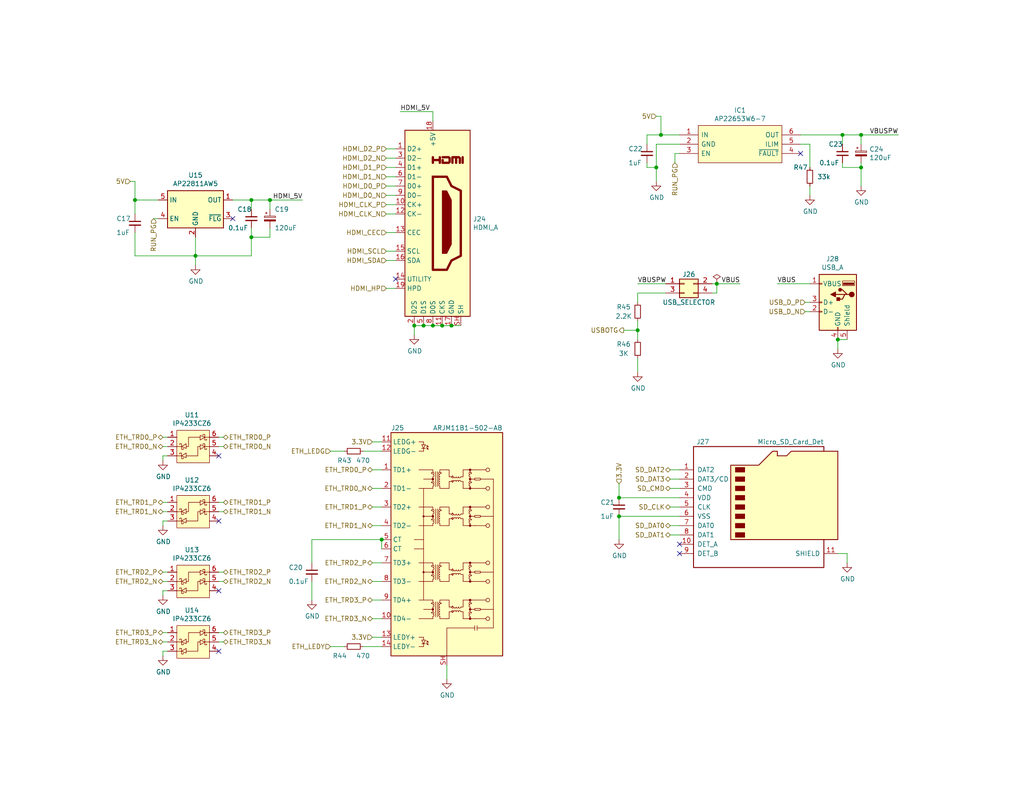
<source format=kicad_sch>
(kicad_sch (version 20211123) (generator eeschema)
  (paper "USLetter")
  (title_block (title "Raspberry Pi CM4 High-speed interface") (date "2021-05-13") (rev "1.0"))
  (lib_symbols
    (symbol "Connector:HDMI_A"
      (property "Reference" "J" (at -6.35 26.67 0))
      (property "Value" "HDMI_A" (at 10.16 26.67 0))
      (symbol "HDMI_A_1_1"
        (pin passive line (at -10.16 20.32 0) (length 2.54) (name "D2+") (number "1"))
        (pin passive line (at -10.16 5.08 0) (length 2.54) (name "CK+") (number "10"))
        (pin power_in line (at 2.54 -27.94 90) (length 2.54) (name "CKS") (number "11"))
        (pin passive line (at -10.16 2.54 0) (length 2.54) (name "CK-") (number "12"))
        (pin bidirectional line (at -10.16 -2.54 0) (length 2.54) (name "CEC") (number "13"))
        (pin passive line (at -10.16 -15.24 0) (length 2.54) (name "UTILITY") (number "14"))
        (pin passive line (at -10.16 -7.62 0) (length 2.54) (name "SCL") (number "15"))
        (pin bidirectional line (at -10.16 -10.16 0) (length 2.54) (name "SDA") (number "16"))
        (pin power_in line (at 5.08 -27.94 90) (length 2.54) (name "GND") (number "17"))
        (pin power_in line (at 0 27.94 270) (length 2.54) (name "+5V") (number "18"))
        (pin passive line (at -10.16 -17.78 0) (length 2.54) (name "HPD") (number "19"))
        (pin power_in line (at -5.08 -27.94 90) (length 2.54) (name "D2S") (number "2"))
        (pin passive line (at -10.16 17.78 0) (length 2.54) (name "D2-") (number "3"))
        (pin passive line (at -10.16 15.24 0) (length 2.54) (name "D1+") (number "4"))
        (pin power_in line (at -2.54 -27.94 90) (length 2.54) (name "D1S") (number "5"))
        (pin passive line (at -10.16 12.7 0) (length 2.54) (name "D1-") (number "6"))
        (pin passive line (at -10.16 10.16 0) (length 2.54) (name "D0+") (number "7"))
        (pin power_in line (at 0 -27.94 90) (length 2.54) (name "D0S") (number "8"))
        (pin passive line (at -10.16 7.62 0) (length 2.54) (name "D0-") (number "9"))
        (pin passive line (at 7.62 -27.94 90) (length 2.54) (name "SH") (number "SH"))
      )
    )
    (symbol "Connector:Micro_SD_Card_Det" (pin_names (offset 1.016))
      (property "Reference" "J" (at -16.51 17.78 0))
      (property "Value" "Micro_SD_Card_Det" (at 16.51 17.78 0))
      (symbol "Micro_SD_Card_Det_1_1"
        (pin bidirectional line (at -22.86 10.16 0) (length 3.81) (name "DAT2") (number "1"))
        (pin passive line (at -22.86 -10.16 0) (length 3.81) (name "DET_A") (number "10"))
        (pin passive line (at 20.32 -12.7 180) (length 3.81) (name "SHIELD") (number "11"))
        (pin bidirectional line (at -22.86 7.62 0) (length 3.81) (name "DAT3/CD") (number "2"))
        (pin input line (at -22.86 5.08 0) (length 3.81) (name "CMD") (number "3"))
        (pin power_in line (at -22.86 2.54 0) (length 3.81) (name "VDD") (number "4"))
        (pin input line (at -22.86 0 0) (length 3.81) (name "CLK") (number "5"))
        (pin power_in line (at -22.86 -2.54 0) (length 3.81) (name "VSS") (number "6"))
        (pin bidirectional line (at -22.86 -5.08 0) (length 3.81) (name "DAT0") (number "7"))
        (pin bidirectional line (at -22.86 -7.62 0) (length 3.81) (name "DAT1") (number "8"))
        (pin passive line (at -22.86 -12.7 0) (length 3.81) (name "DET_B") (number "9"))
      )
    )
    (symbol "Connector:USB_A" (pin_names (offset 1.016))
      (property "Reference" "J" (at -5.08 11.43 0))
      (property "Value" "USB_A" (at -5.08 8.89 0))
      (symbol "USB_A_1_1"
        (pin power_in line (at 7.62 5.08 180) (length 2.54) (name "VBUS") (number "1"))
        (pin bidirectional line (at 7.62 -2.54 180) (length 2.54) (name "D-") (number "2"))
        (pin bidirectional line (at 7.62 0 180) (length 2.54) (name "D+") (number "3"))
        (pin power_in line (at 0 -10.16 90) (length 2.54) (name "GND") (number "4"))
        (pin passive line (at -2.54 -10.16 90) (length 2.54) (name "Shield") (number "5"))
      )
    )
    (symbol "Connector_Generic:Conn_02x02_Odd_Even" (pin_names (offset 1.016) hide)
      (property "Reference" "J" (at 1.27 2.54 0))
      (property "Value" "Conn_02x02_Odd_Even" (at 1.27 -5.08 0))
      (symbol "Conn_02x02_Odd_Even_1_1"
        (pin passive line (at -5.08 0 0) (length 3.81) (name "Pin_1") (number "1"))
        (pin passive line (at 7.62 0 180) (length 3.81) (name "Pin_2") (number "2"))
        (pin passive line (at -5.08 -2.54 0) (length 3.81) (name "Pin_3") (number "3"))
        (pin passive line (at 7.62 -2.54 180) (length 3.81) (name "Pin_4") (number "4"))
      )
    )
    (symbol "Device:CP_Small" (pin_numbers hide) (pin_names (offset 0.254) hide)
      (property "Reference" "C" (at 0.254 1.778 0))
      (property "Value" "Device_CP_Small" (at 0.254 -2.032 0))
      (symbol "CP_Small_1_1"
        (pin passive line (at 0 2.54 270) (length 1.8542) (name "~") (number "1"))
        (pin passive line (at 0 -2.54 90) (length 1.8542) (name "~") (number "2"))
      )
    )
    (symbol "Device:C_Small" (pin_numbers hide) (pin_names (offset 0.254) hide)
      (property "Reference" "C" (at 0.254 1.778 0))
      (property "Value" "C_Small" (at 0.254 -2.032 0))
      (symbol "C_Small_1_1"
        (pin passive line (at 0 2.54 270) (length 2.032) (name "~") (number "1"))
        (pin passive line (at 0 -2.54 90) (length 2.032) (name "~") (number "2"))
      )
    )
    (symbol "Device:R_Small" (pin_numbers hide) (pin_names (offset 0.254) hide)
      (property "Reference" "R" (at 0.762 0.508 0))
      (property "Value" "R_Small" (at 0.762 -1.016 0))
      (symbol "R_Small_1_1"
        (pin passive line (at 0 2.54 270) (length 0.762) (name "~") (number "1"))
        (pin passive line (at 0 -2.54 90) (length 0.762) (name "~") (number "2"))
      )
    )
    (symbol "Power_Management:AP22804AW5"
      (property "Reference" "U" (at -7.62 -6.35 0))
      (property "Value" "AP22804AW5" (at -7.62 6.35 0))
      (symbol "AP22804AW5_1_1"
        (pin power_out line (at 10.16 2.54 180) (length 2.54) (name "OUT") (number "1"))
        (pin power_in line (at 0 -7.62 90) (length 2.54) (name "GND") (number "2"))
        (pin open_collector line (at 10.16 -2.54 180) (length 2.54) (name "~{FLG}") (number "3"))
        (pin input line (at -10.16 -2.54 0) (length 2.54) (name "EN") (number "4"))
        (pin power_in line (at -10.16 2.54 0) (length 2.54) (name "IN") (number "5"))
      )
    )
    (symbol "ProjectLib:AP22653W6-7" (pin_names (offset 0.762))
      (property "Reference" "IC" (at 6.35 6.35 0))
      (property "Value" "AP22653W6-7" (at 6.35 3.81 0))
      (symbol "AP22653W6-7_0_0"
        (pin passive line (at 0 0 0) (length 5.08) (name "IN") (number "1"))
        (pin passive line (at 0 -2.54 0) (length 5.08) (name "GND") (number "2"))
        (pin passive line (at 0 -5.08 0) (length 5.08) (name "EN") (number "3"))
        (pin passive line (at 33.02 -5.08 180) (length 5.08) (name "~{FAULT}") (number "4"))
        (pin passive line (at 33.02 -2.54 180) (length 5.08) (name "ILIM") (number "5"))
        (pin passive line (at 33.02 0 180) (length 5.08) (name "OUT") (number "6"))
      )
    )
    (symbol "ProjectLib:ARJM11B1-502-AB"
      (property "Reference" "J" (at -15.24 31.75 0))
      (property "Value" "ARJM11B1-502-AB" (at 7.62 31.75 0))
      (symbol "ARJM11B1-502-AB_1_1"
        (pin passive line (at -17.78 20.32 0) (length 2.54) (name "TD1+") (number "1"))
        (pin passive line (at -17.78 -20.32 0) (length 2.54) (name "TD4-") (number "10"))
        (pin passive line (at -17.78 27.94 0) (length 2.54) (name "LEDG+") (number "11"))
        (pin passive line (at -17.78 25.4 0) (length 2.54) (name "LEDG-") (number "12"))
        (pin passive line (at -17.78 -25.4 0) (length 2.54) (name "LEDY+") (number "13"))
        (pin passive line (at -17.78 -27.94 0) (length 2.54) (name "LEDY-") (number "14"))
        (pin passive line (at -17.78 15.24 0) (length 2.54) (name "TD1-") (number "2"))
        (pin passive line (at -17.78 10.16 0) (length 2.54) (name "TD2+") (number "3"))
        (pin passive line (at -17.78 5.08 0) (length 2.54) (name "TD2-") (number "4"))
        (pin passive line (at -17.78 1.27 0) (length 2.54) (name "CT") (number "5"))
        (pin passive line (at -17.78 -1.27 0) (length 2.54) (name "CT") (number "6"))
        (pin passive line (at -17.78 -5.08 0) (length 2.54) (name "TD3+") (number "7"))
        (pin passive line (at -17.78 -10.16 0) (length 2.54) (name "TD3-") (number "8"))
        (pin passive line (at -17.78 -15.24 0) (length 2.54) (name "TD4+") (number "9"))
        (pin passive line (at 0 -33.02 90) (length 2.54) (name "~") (number "SH"))
      )
    )
    (symbol "ProjectLib:IP4233CZ6" (pin_names hide)
      (property "Reference" "U" (at 1.27 6.35 0))
      (property "Value" "IP4233CZ6" (at 1.27 3.81 0))
      (symbol "IP4233CZ6_1_1"
        (pin passive line (at 0 0 0) (length 2.54) (name "~") (number "1"))
        (pin passive line (at 0 -2.54 0) (length 2.54) (name "C1") (number "2"))
        (pin passive line (at 0 -5.08 0) (length 2.54) (name "C2") (number "3"))
        (pin passive line (at 13.97 -5.08 180) (length 2.54) (name "~") (number "4"))
        (pin passive line (at 13.97 -2.54 180) (length 2.54) (name "C2") (number "5"))
        (pin passive line (at 13.97 0 180) (length 2.54) (name "C1") (number "6"))
      )
    )
    (symbol "power:GND" (power) (pin_names (offset 0))
      (property "Value" "GND" (at 0 -3.81 0))
      (symbol "GND_1_1"
        (pin power_in line (at 0 0 270) (length 0) hide (name "GND") (number "1"))
      )
    )
    (symbol "power:PWR_FLAG" (power) (pin_numbers hide) (pin_names (offset 0) hide)
      (property "Value" "PWR_FLAG" (at 0 3.81 0))
      (symbol "PWR_FLAG_0_0"
        (pin power_out line (at 0 0 90) (length 0) (name "pwr") (number "1"))
      )
    )
  )
  (junction (at 104.14 147.32))
  (junction (at 173.99 90.17))
  (junction (at 195.58 77.47))
  (junction (at 234.95 45.72))
  (junction (at 73.66 54.61))
  (junction (at 36.83 54.61))
  (junction (at 179.07 45.72))
  (junction (at 68.58 54.61))
  (junction (at 180.34 36.83))
  (junction (at 68.58 64.77))
  (junction (at 168.91 135.89))
  (junction (at 120.65 88.9))
  (junction (at 168.91 140.97))
  (junction (at 228.6 92.71))
  (junction (at 118.11 88.9))
  (junction (at 229.87 36.83))
  (junction (at 115.57 88.9))
  (junction (at 123.19 88.9))
  (junction (at 113.03 88.9))
  (junction (at 234.95 36.83))
  (junction (at 53.34 69.85))
  (no_connect (at 185.42 148.59))
  (no_connect (at 107.95 76.2))
  (no_connect (at 59.69 161.29))
  (no_connect (at 185.42 151.13))
  (no_connect (at 59.69 142.24))
  (no_connect (at 63.5 59.69))
  (no_connect (at 218.44 41.91))
  (no_connect (at 59.69 177.8))
  (no_connect (at 59.69 124.46))
  (wire (pts (xy 68.58 64.77) (xy 68.58 69.85)))
  (wire (pts (xy 176.53 45.72) (xy 179.07 45.72)))
  (wire (pts (xy 182.88 133.35) (xy 185.42 133.35)))
  (wire (pts (xy 60.96 119.38) (xy 59.69 119.38)))
  (wire (pts (xy 44.45 156.21) (xy 45.72 156.21)))
  (wire (pts (xy 101.6 143.51) (xy 104.14 143.51)))
  (wire (pts (xy 115.57 88.9) (xy 118.11 88.9)))
  (wire (pts (xy 173.99 82.55) (xy 173.99 80.01)))
  (wire (pts (xy 220.98 50.8) (xy 220.98 53.34)))
  (wire (pts (xy 44.45 177.8) (xy 44.45 179.07)))
  (wire (pts (xy 53.34 69.85) (xy 53.34 64.77)))
  (wire (pts (xy 231.14 92.71) (xy 228.6 92.71)))
  (wire (pts (xy 182.88 138.43) (xy 185.42 138.43)))
  (wire (pts (xy 182.88 130.81) (xy 185.42 130.81)))
  (wire (pts (xy 35.56 49.53) (xy 36.83 49.53)))
  (wire (pts (xy 234.95 36.83) (xy 245.11 36.83)))
  (wire (pts (xy 59.69 137.16) (xy 60.96 137.16)))
  (wire (pts (xy 118.11 33.02) (xy 118.11 30.48)))
  (wire (pts (xy 118.11 88.9) (xy 120.65 88.9)))
  (wire (pts (xy 45.72 158.75) (xy 44.45 158.75)))
  (wire (pts (xy 68.58 64.77) (xy 73.66 64.77)))
  (wire (pts (xy 85.09 147.32) (xy 85.09 153.67)))
  (wire (pts (xy 44.45 161.29) (xy 44.45 162.56)))
  (wire (pts (xy 45.72 177.8) (xy 44.45 177.8)))
  (wire (pts (xy 179.07 31.75) (xy 180.34 31.75)))
  (wire (pts (xy 229.87 36.83) (xy 234.95 36.83)))
  (wire (pts (xy 107.95 50.8) (xy 105.41 50.8)))
  (wire (pts (xy 68.58 64.77) (xy 68.58 62.23)))
  (wire (pts (xy 220.98 39.37) (xy 218.44 39.37)))
  (wire (pts (xy 173.99 80.01) (xy 181.61 80.01)))
  (wire (pts (xy 36.83 54.61) (xy 43.18 54.61)))
  (wire (pts (xy 44.45 121.92) (xy 45.72 121.92)))
  (wire (pts (xy 105.41 58.42) (xy 107.95 58.42)))
  (wire (pts (xy 93.98 123.19) (xy 90.17 123.19)))
  (wire (pts (xy 43.18 59.69) (xy 41.91 59.69)))
  (wire (pts (xy 85.09 163.83) (xy 85.09 158.75)))
  (wire (pts (xy 101.6 173.99) (xy 104.14 173.99)))
  (wire (pts (xy 44.45 161.29) (xy 45.72 161.29)))
  (wire (pts (xy 63.5 54.61) (xy 68.58 54.61)))
  (wire (pts (xy 173.99 90.17) (xy 173.99 92.71)))
  (wire (pts (xy 45.72 175.26) (xy 44.45 175.26)))
  (wire (pts (xy 107.95 55.88) (xy 105.41 55.88)))
  (wire (pts (xy 229.87 45.72) (xy 234.95 45.72)))
  (wire (pts (xy 168.91 132.08) (xy 168.91 135.89)))
  (wire (pts (xy 184.15 41.91) (xy 185.42 41.91)))
  (wire (pts (xy 44.45 172.72) (xy 45.72 172.72)))
  (wire (pts (xy 234.95 45.72) (xy 234.95 50.8)))
  (wire (pts (xy 59.69 175.26) (xy 60.96 175.26)))
  (wire (pts (xy 168.91 147.32) (xy 168.91 140.97)))
  (wire (pts (xy 118.11 30.48) (xy 109.22 30.48)))
  (wire (pts (xy 173.99 87.63) (xy 173.99 90.17)))
  (wire (pts (xy 194.31 80.01) (xy 195.58 80.01)))
  (wire (pts (xy 104.14 128.27) (xy 101.6 128.27)))
  (wire (pts (xy 73.66 62.23) (xy 73.66 64.77)))
  (wire (pts (xy 101.6 153.67) (xy 104.14 153.67)))
  (wire (pts (xy 173.99 77.47) (xy 181.61 77.47)))
  (wire (pts (xy 53.34 69.85) (xy 68.58 69.85)))
  (wire (pts (xy 73.66 54.61) (xy 82.55 54.61)))
  (wire (pts (xy 182.88 146.05) (xy 185.42 146.05)))
  (wire (pts (xy 194.31 77.47) (xy 195.58 77.47)))
  (wire (pts (xy 179.07 45.72) (xy 179.07 39.37)))
  (wire (pts (xy 179.07 39.37) (xy 185.42 39.37)))
  (wire (pts (xy 90.17 176.53) (xy 93.98 176.53)))
  (wire (pts (xy 123.19 88.9) (xy 125.73 88.9)))
  (wire (pts (xy 36.83 69.85) (xy 53.34 69.85)))
  (wire (pts (xy 180.34 36.83) (xy 185.42 36.83)))
  (wire (pts (xy 218.44 36.83) (xy 229.87 36.83)))
  (wire (pts (xy 168.91 135.89) (xy 185.42 135.89)))
  (wire (pts (xy 101.6 133.35) (xy 104.14 133.35)))
  (wire (pts (xy 229.87 39.37) (xy 229.87 36.83)))
  (wire (pts (xy 68.58 54.61) (xy 73.66 54.61)))
  (wire (pts (xy 44.45 143.51) (xy 44.45 142.24)))
  (wire (pts (xy 73.66 57.15) (xy 73.66 54.61)))
  (wire (pts (xy 59.69 172.72) (xy 60.96 172.72)))
  (wire (pts (xy 220.98 77.47) (xy 212.09 77.47)))
  (wire (pts (xy 182.88 143.51) (xy 185.42 143.51)))
  (wire (pts (xy 36.83 63.5) (xy 36.83 69.85)))
  (wire (pts (xy 173.99 97.79) (xy 173.99 101.6)))
  (wire (pts (xy 121.92 181.61) (xy 121.92 185.42)))
  (wire (pts (xy 231.14 153.67) (xy 231.14 151.13)))
  (wire (pts (xy 36.83 58.42) (xy 36.83 54.61)))
  (wire (pts (xy 113.03 88.9) (xy 115.57 88.9)))
  (wire (pts (xy 44.45 139.7) (xy 45.72 139.7)))
  (wire (pts (xy 184.15 44.45) (xy 184.15 41.91)))
  (wire (pts (xy 44.45 124.46) (xy 45.72 124.46)))
  (wire (pts (xy 105.41 68.58) (xy 107.95 68.58)))
  (wire (pts (xy 234.95 39.37) (xy 234.95 36.83)))
  (wire (pts (xy 99.06 123.19) (xy 104.14 123.19)))
  (wire (pts (xy 176.53 36.83) (xy 180.34 36.83)))
  (wire (pts (xy 107.95 63.5) (xy 105.41 63.5)))
  (wire (pts (xy 168.91 140.97) (xy 185.42 140.97)))
  (wire (pts (xy 44.45 142.24) (xy 45.72 142.24)))
  (wire (pts (xy 68.58 57.15) (xy 68.58 54.61)))
  (wire (pts (xy 195.58 80.01) (xy 195.58 77.47)))
  (wire (pts (xy 99.06 176.53) (xy 104.14 176.53)))
  (wire (pts (xy 220.98 82.55) (xy 219.71 82.55)))
  (wire (pts (xy 101.6 158.75) (xy 104.14 158.75)))
  (wire (pts (xy 101.6 163.83) (xy 104.14 163.83)))
  (wire (pts (xy 36.83 49.53) (xy 36.83 54.61)))
  (wire (pts (xy 107.95 45.72) (xy 105.41 45.72)))
  (wire (pts (xy 105.41 78.74) (xy 107.95 78.74)))
  (wire (pts (xy 105.41 53.34) (xy 107.95 53.34)))
  (wire (pts (xy 59.69 121.92) (xy 60.96 121.92)))
  (wire (pts (xy 105.41 40.64) (xy 107.95 40.64)))
  (wire (pts (xy 120.65 88.9) (xy 123.19 88.9)))
  (wire (pts (xy 101.6 120.65) (xy 104.14 120.65)))
  (wire (pts (xy 220.98 45.72) (xy 220.98 39.37)))
  (wire (pts (xy 44.45 137.16) (xy 45.72 137.16)))
  (wire (pts (xy 104.14 138.43) (xy 101.6 138.43)))
  (wire (pts (xy 60.96 139.7) (xy 59.69 139.7)))
  (wire (pts (xy 170.18 90.17) (xy 173.99 90.17)))
  (wire (pts (xy 60.96 156.21) (xy 59.69 156.21)))
  (wire (pts (xy 85.09 147.32) (xy 104.14 147.32)))
  (wire (pts (xy 107.95 71.12) (xy 105.41 71.12)))
  (wire (pts (xy 231.14 151.13) (xy 228.6 151.13)))
  (wire (pts (xy 229.87 45.72) (xy 229.87 44.45)))
  (wire (pts (xy 176.53 39.37) (xy 176.53 36.83)))
  (wire (pts (xy 220.98 85.09) (xy 219.71 85.09)))
  (wire (pts (xy 179.07 49.53) (xy 179.07 45.72)))
  (wire (pts (xy 104.14 168.91) (xy 101.6 168.91)))
  (wire (pts (xy 113.03 91.44) (xy 113.03 88.9)))
  (wire (pts (xy 195.58 77.47) (xy 201.93 77.47)))
  (wire (pts (xy 107.95 43.18) (xy 105.41 43.18)))
  (wire (pts (xy 44.45 125.73) (xy 44.45 124.46)))
  (wire (pts (xy 105.41 48.26) (xy 107.95 48.26)))
  (wire (pts (xy 59.69 158.75) (xy 60.96 158.75)))
  (wire (pts (xy 104.14 149.86) (xy 104.14 147.32)))
  (wire (pts (xy 53.34 72.39) (xy 53.34 69.85)))
  (wire (pts (xy 44.45 119.38) (xy 45.72 119.38)))
  (wire (pts (xy 176.53 44.45) (xy 176.53 45.72)))
  (wire (pts (xy 234.95 44.45) (xy 234.95 45.72)))
  (wire (pts (xy 228.6 92.71) (xy 228.6 95.25)))
  (wire (pts (xy 182.88 128.27) (xy 185.42 128.27)))
  (wire (pts (xy 180.34 31.75) (xy 180.34 36.83)))
  (label "VBUS" (at 201.93 77.47 180))
  (label "VBUSPW" (at 173.99 77.47 0))
  (label "VBUS" (at 212.09 77.47 0))
  (label "HDMI_5V" (at 109.22 30.48 0))
  (label "HDMI_5V" (at 82.55 54.61 180))
  (label "VBUSPW" (at 245.11 36.83 180))
  (hierarchical_label "ETH_TRD1_P" (shape bidirectional) (at 60.96 137.16 0))
  (hierarchical_label "SD_CLK" (shape bidirectional) (at 182.88 138.43 180))
  (hierarchical_label "ETH_TRD3_P" (shape bidirectional) (at 60.96 172.72 0))
  (hierarchical_label "HDMI_HP" (shape input) (at 105.41 78.74 180))
  (hierarchical_label "HDMI_D1_P" (shape input) (at 105.41 45.72 180))
  (hierarchical_label "ETH_TRD3_P" (shape bidirectional) (at 101.6 163.83 180))
  (hierarchical_label "ETH_TRD1_N" (shape bidirectional) (at 101.6 143.51 180))
  (hierarchical_label "HDMI_D2_N" (shape input) (at 105.41 43.18 180))
  (hierarchical_label "ETH_TRD0_P" (shape bidirectional) (at 101.6 128.27 180))
  (hierarchical_label "SD_DAT0" (shape bidirectional) (at 182.88 143.51 180))
  (hierarchical_label "RUN_PG" (shape input) (at 184.15 44.45 270))
  (hierarchical_label "USB_D_N" (shape input) (at 219.71 85.09 180))
  (hierarchical_label "USB_D_P" (shape input) (at 219.71 82.55 180))
  (hierarchical_label "5V" (shape input) (at 179.07 31.75 180))
  (hierarchical_label "HDMI_CEC" (shape input) (at 105.41 63.5 180))
  (hierarchical_label "ETH_LEDY" (shape input) (at 90.17 176.53 180))
  (hierarchical_label "ETH_TRD3_N" (shape bidirectional) (at 101.6 168.91 180))
  (hierarchical_label "HDMI_CLK_P" (shape input) (at 105.41 55.88 180))
  (hierarchical_label "ETH_LEDG" (shape input) (at 90.17 123.19 180))
  (hierarchical_label "ETH_TRD2_P" (shape bidirectional) (at 44.45 156.21 180))
  (hierarchical_label "ETH_TRD3_N" (shape bidirectional) (at 60.96 175.26 0))
  (hierarchical_label "SD_DAT2" (shape bidirectional) (at 182.88 128.27 180))
  (hierarchical_label "HDMI_D2_P" (shape input) (at 105.41 40.64 180))
  (hierarchical_label "ETH_TRD2_P" (shape bidirectional) (at 60.96 156.21 0))
  (hierarchical_label "ETH_TRD0_P" (shape bidirectional) (at 44.45 119.38 180))
  (hierarchical_label "ETH_TRD2_P" (shape bidirectional) (at 101.6 153.67 180))
  (hierarchical_label "ETH_TRD1_P" (shape bidirectional) (at 101.6 138.43 180))
  (hierarchical_label "ETH_TRD0_N" (shape bidirectional) (at 101.6 133.35 180))
  (hierarchical_label "ETH_TRD3_P" (shape bidirectional) (at 44.45 172.72 180))
  (hierarchical_label "ETH_TRD0_P" (shape bidirectional) (at 60.96 119.38 0))
  (hierarchical_label "SD_DAT1" (shape bidirectional) (at 182.88 146.05 180))
  (hierarchical_label "ETH_TRD0_N" (shape bidirectional) (at 44.45 121.92 180))
  (hierarchical_label "HDMI_SDA" (shape input) (at 105.41 71.12 180))
  (hierarchical_label "HDMI_D0_N" (shape input) (at 105.41 53.34 180))
  (hierarchical_label "SD_DAT3" (shape bidirectional) (at 182.88 130.81 180))
  (hierarchical_label "SD_CMD" (shape bidirectional) (at 182.88 133.35 180))
  (hierarchical_label "ETH_TRD3_N" (shape bidirectional) (at 44.45 175.26 180))
  (hierarchical_label "HDMI_D0_P" (shape input) (at 105.41 50.8 180))
  (hierarchical_label "ETH_TRD2_N" (shape bidirectional) (at 60.96 158.75 0))
  (hierarchical_label "ETH_TRD2_N" (shape bidirectional) (at 44.45 158.75 180))
  (hierarchical_label "USBOTG" (shape output) (at 170.18 90.17 180))
  (hierarchical_label "HDMI_SCL" (shape input) (at 105.41 68.58 180))
  (hierarchical_label "5V" (shape input) (at 35.56 49.53 180))
  (hierarchical_label "3.3V" (shape input) (at 101.6 173.99 180))
  (hierarchical_label "RUN_PG" (shape input) (at 41.91 59.69 270))
  (hierarchical_label "3.3V" (shape input) (at 101.6 120.65 180))
  (hierarchical_label "HDMI_CLK_N" (shape input) (at 105.41 58.42 180))
  (hierarchical_label "ETH_TRD1_P" (shape bidirectional) (at 44.45 137.16 180))
  (hierarchical_label "HDMI_D1_N" (shape input) (at 105.41 48.26 180))
  (hierarchical_label "ETH_TRD0_N" (shape bidirectional) (at 60.96 121.92 0))
  (hierarchical_label "ETH_TRD1_N" (shape bidirectional) (at 44.45 139.7 180))
  (hierarchical_label "3.3V" (shape input) (at 168.91 132.08 90))
  (hierarchical_label "ETH_TRD2_N" (shape bidirectional) (at 101.6 158.75 180))
  (hierarchical_label "ETH_TRD1_N" (shape bidirectional) (at 60.96 139.7 0))
  (symbol (lib_id "Connector_Generic:Conn_02x02_Odd_Even") (at 186.69 77.47 0) (unit 1)
    (property "Reference" "J26" (at 187.96 74.93 0))
    (property "Value" "USB_SELECTOR" (at 187.96 82.55 0))
    (property "Footprint" "Connector_PinHeader_2.54mm:PinHeader_2x02_P2.54mm_Vertical" (effects hide))
  )
  (symbol (lib_id "Device:R_Small") (at 173.99 95.25 0) (unit 1)
    (property "Reference" "R46" (at 170.18 93.98 0))
    (property "Value" "3K" (at 170.18 96.52 0))
    (property "Footprint" "Resistor_SMD:R_0603_1608Metric_Pad0.98x0.95mm_HandSolder" (effects hide))
    (property "Vendor" "Digikey" (effects hide))
    (property "Vendor Part Number" "P3.00KHCT-ND" (effects hide))
    (property "URL" "https://www.digikey.com/en/products/detail/panasonic-electronic-components/ERJ-3EKF3001V/1746365" (effects hide))
    (property "Price" "$0.1" (effects hide))
  )
  (symbol (lib_id "Device:R_Small") (at 173.99 85.09 0) (unit 1)
    (property "Reference" "R45" (at 170.18 83.82 0))
    (property "Value" "2.2K" (at 170.18 86.36 0))
    (property "Footprint" "Resistor_SMD:R_0603_1608Metric_Pad0.98x0.95mm_HandSolder" (effects hide))
    (property "Vendor" "Digikey" (effects hide))
    (property "Vendor Part Number" "P2.20KHCT-ND" (effects hide))
    (property "URL" "https://www.digikey.com/en/products/detail/panasonic-electronic-components/ERJ-3EKF2201V/1024416" (effects hide))
    (property "Price" "$0.1" (effects hide))
  )
  (symbol (lib_id "ProjectLib:IP4233CZ6") (at 45.72 172.72 0) (unit 1)
    (property "Reference" "U14" (at 52.3748 166.624 0))
    (property "Value" "IP4233CZ6" (at 52.3748 168.9354 0))
    (property "Footprint" "Package_TO_SOT_SMD:SOT-363_SC-70-6_Handsoldering" (effects hide))
    (property "Datasheet" "https://assets.nexperia.com/documents/data-sheet/IP4233CZ6.pdf" (effects hide))
    (property "URL" "https://www.digikey.com/en/products/detail/nexperia-usa-inc/IP4233CZ6-125/2605950" (effects hide))
    (property "Vendor" "Digikey" (effects hide))
    (property "Vendor Part Number" "1727-5407-1-ND" (effects hide))
    (property "Price" "$0.33" (effects hide))
  )
  (symbol (lib_id "power:GND") (at 173.99 101.6 0) (unit 1)
    (property "Reference" "#PWR075" (effects hide))
    (property "Value" "GND" (at 174.117 105.9942 0))
  )
  (symbol (lib_id "Device:R_Small") (at 96.52 123.19 90) (unit 1)
    (property "Reference" "R43" (at 93.98 125.73 90))
    (property "Value" "470" (at 99.06 125.73 90))
    (property "Footprint" "Resistor_SMD:R_0603_1608Metric_Pad0.98x0.95mm_HandSolder" (effects hide))
    (property "Vendor" "Digikey" (effects hide))
    (property "Vendor Part Number" "P470HCT-ND" (effects hide))
    (property "URL" "https://www.digikey.com/en/products/detail/panasonic-electronic-components/ERJ-3EKF4700V/1746417" (effects hide))
    (property "Price" "$0.1" (effects hide))
  )
  (symbol (lib_id "Device:R_Small") (at 96.52 176.53 90) (unit 1)
    (property "Reference" "R44" (at 92.71 179.07 90))
    (property "Value" "470" (at 99.06 179.07 90))
    (property "Footprint" "Resistor_SMD:R_0603_1608Metric_Pad0.98x0.95mm_HandSolder" (effects hide))
    (property "Vendor" "Digikey" (effects hide))
    (property "Vendor Part Number" "P470HCT-ND" (effects hide))
    (property "URL" "https://www.digikey.com/en/products/detail/panasonic-electronic-components/ERJ-3EKF4700V/1746417" (effects hide))
    (property "Price" "$0.1" (effects hide))
  )
  (symbol (lib_id "power:GND") (at 85.09 163.83 0) (unit 1)
    (property "Reference" "#PWR071" (effects hide))
    (property "Value" "GND" (at 85.217 168.2242 0))
  )
  (symbol (lib_id "Device:C_Small") (at 85.09 156.21 0) (unit 1)
    (property "Reference" "C20" (at 78.74 154.94 0) (effects (justify left)))
    (property "Value" "0.1uF" (at 78.74 158.75 0) (effects (justify left)))
    (property "Footprint" "Capacitor_SMD:C_0603_1608Metric_Pad1.08x0.95mm_HandSolder" (effects hide))
    (property "Price" "$0.1" (effects hide))
    (property "URL" "https://www.digikey.com/en/products/detail/tdk-corporation/CGA3E2X7R1E104K080AA/2443145" (effects hide))
    (property "Vendor" "Digikey" (effects hide))
    (property "Vendor Part Number" "445-5667-1-ND" (effects hide))
  )
  (symbol (lib_id "ProjectLib:IP4233CZ6") (at 45.72 119.38 0) (unit 1)
    (property "Reference" "U11" (at 52.3748 113.284 0))
    (property "Value" "IP4233CZ6" (at 52.3748 115.5954 0))
    (property "Footprint" "Package_TO_SOT_SMD:SOT-363_SC-70-6_Handsoldering" (effects hide))
    (property "Datasheet" "https://assets.nexperia.com/documents/data-sheet/IP4233CZ6.pdf" (effects hide))
    (property "URL" "https://www.digikey.com/en/products/detail/nexperia-usa-inc/IP4233CZ6-125/2605950" (effects hide))
    (property "Vendor" "Digikey" (effects hide))
    (property "Vendor Part Number" "1727-5407-1-ND" (effects hide))
    (property "Price" "$0.33" (effects hide))
  )
  (symbol (lib_id "ProjectLib:IP4233CZ6") (at 45.72 137.16 0) (unit 1)
    (property "Reference" "U12" (at 52.3748 131.064 0))
    (property "Value" "IP4233CZ6" (at 52.3748 133.3754 0))
    (property "Footprint" "Package_TO_SOT_SMD:SOT-363_SC-70-6_Handsoldering" (effects hide))
    (property "Datasheet" "https://assets.nexperia.com/documents/data-sheet/IP4233CZ6.pdf" (effects hide))
    (property "URL" "https://www.digikey.com/en/products/detail/nexperia-usa-inc/IP4233CZ6-125/2605950" (effects hide))
    (property "Vendor" "Digikey" (effects hide))
    (property "Vendor Part Number" "1727-5407-1-ND" (effects hide))
    (property "Price" "$0.33" (effects hide))
  )
  (symbol (lib_id "ProjectLib:IP4233CZ6") (at 45.72 156.21 0) (unit 1)
    (property "Reference" "U13" (at 52.3748 150.114 0))
    (property "Value" "IP4233CZ6" (at 52.3748 152.4254 0))
    (property "Footprint" "Package_TO_SOT_SMD:SOT-363_SC-70-6_Handsoldering" (effects hide))
    (property "Datasheet" "https://assets.nexperia.com/documents/data-sheet/IP4233CZ6.pdf" (effects hide))
    (property "URL" "https://www.digikey.com/en/products/detail/nexperia-usa-inc/IP4233CZ6-125/2605950" (effects hide))
    (property "Vendor" "Digikey" (effects hide))
    (property "Vendor Part Number" "1727-5407-1-ND" (effects hide))
    (property "Price" "$0.33" (effects hide))
  )
  (symbol (lib_id "ProjectLib:ARJM11B1-502-AB") (at 121.92 148.59 0) (unit 1)
    (property "Reference" "J25" (at 106.68 116.84 0) (effects (justify left)))
    (property "Value" "ARJM11B1-502-AB" (at 118.11 116.84 0) (effects (justify left)))
    (property "Footprint" "ProjectLib:ARJM11B1-502-AB-ER2" (effects hide))
    (property "Datasheet" "https://abracon.com/Magnetics/ARJM11.pdf" (effects hide))
    (property "Price" "$3.94" (effects hide))
    (property "URL" "https://www.digikey.com/en/products/detail/abracon-llc/ARJM11B1-502-AB-ER2-T/7675202" (effects hide))
    (property "Vendor" "Digikey" (effects hide))
    (property "Vendor Part Number" "535-14133-1-ND" (effects hide))
  )
  (symbol (lib_id "power:GND") (at 121.92 185.42 0) (unit 1)
    (property "Reference" "#PWR073" (effects hide))
    (property "Value" "GND" (at 122.047 189.8142 0))
  )
  (symbol (lib_id "power:GND") (at 44.45 125.73 0) (unit 1)
    (property "Reference" "#PWR066" (effects hide))
    (property "Value" "GND" (at 44.577 130.1242 0))
  )
  (symbol (lib_id "Connector:HDMI_A") (at 118.11 60.96 0) (unit 1)
    (property "Reference" "J24" (at 129.032 59.7916 0) (effects (justify left)))
    (property "Value" "HDMI_A" (at 129.032 62.103 0) (effects (justify left)))
    (property "Footprint" "ProjectLib:SS-53000-001" (effects hide))
    (property "Datasheet" "https://belfuse.com/resources/drawings/stewartconnector/dr-stw-ss-53000-001.pdf" (effects hide))
    (property "Vendor" "Digikey" (effects hide))
    (property "Vendor Part Number" "380-SS-53000-001-ND" (effects hide))
    (property "URL" "https://www.digikey.com/en/products/detail/stewart-connector/SS-53000-001/10492172" (effects hide))
    (property "Price" "$0.73" (effects hide))
  )
  (symbol (lib_id "power:GND") (at 113.03 91.44 0) (unit 1)
    (property "Reference" "#PWR072" (effects hide))
    (property "Value" "GND" (at 113.157 95.8342 0))
  )
  (symbol (lib_id "power:GND") (at 228.6 95.25 0) (unit 1)
    (property "Reference" "#PWR078" (effects hide))
    (property "Value" "GND" (at 228.727 99.6442 0))
  )
  (symbol (lib_id "Connector:USB_A") (at 228.6 82.55 0) (mirror y) (unit 1)
    (property "Reference" "J28" (at 227.1522 70.6882 0))
    (property "Value" "USB_A" (at 227.1522 72.9996 0))
    (property "Footprint" "ProjectLib:USB_A_Stewart_SS-52100-001_Horizontal" (effects hide))
    (property "Datasheet" "https://belfuse.com/resources/datasheets/stewartconnector/ds-stw-usb-2.0-and-3.0-connectors.pdf" (effects hide))
    (property "Vendor" "Digikey" (effects hide))
    (property "Vendor Part Number" "380-1412-ND" (effects hide))
    (property "URL" "https://www.digikey.com/en/products/detail/stewart-connector/SS-52100-001/7902377" (effects hide))
    (property "Price" "$0.47" (effects hide))
  )
  (symbol (lib_id "power:GND") (at 44.45 143.51 0) (unit 1)
    (property "Reference" "#PWR067" (effects hide))
    (property "Value" "GND" (at 44.577 147.9042 0))
  )
  (symbol (lib_id "power:GND") (at 44.45 162.56 0) (unit 1)
    (property "Reference" "#PWR068" (effects hide))
    (property "Value" "GND" (at 44.577 166.9542 0))
  )
  (symbol (lib_id "power:GND") (at 44.45 179.07 0) (unit 1)
    (property "Reference" "#PWR069" (effects hide))
    (property "Value" "GND" (at 44.577 183.4642 0))
  )
  (symbol (lib_id "Connector:Micro_SD_Card_Det") (at 208.28 138.43 0) (unit 1)
    (property "Reference" "J27" (at 191.77 120.65 0))
    (property "Value" "Micro_SD_Card_Det" (at 224.79 120.65 0) (effects (justify right)))
    (property "Footprint" "ProjectLib:Molex_1051620001" (effects hide))
    (property "Datasheet" "https://www.te.com/commerce/DocumentDelivery/DDEController?Action=srchrtrv&DocNm=2201778&DocType=Customer+Drawing&DocLang=JP" (effects hide))
    (property "Vendor" "Mouser" (effects hide))
    (property "Vendor Part Number" "571-2201778-1" (effects hide))
    (property "URL" "https://www.mouser.com/ProductDetail/TE-Connectivity/2201778-1?qs=%2F6W%2F9%2FHWvcBMWWw9w8oBng%3D%3D" (effects hide))
    (property "Price" "2.68" (effects hide))
  )
  (symbol (lib_id "Device:C_Small") (at 168.91 138.43 0) (unit 1)
    (property "Reference" "C21" (at 163.83 137.16 0) (effects (justify left)))
    (property "Value" "1uF" (at 163.83 140.97 0) (effects (justify left)))
    (property "Footprint" "Capacitor_SMD:C_0603_1608Metric_Pad1.08x0.95mm_HandSolder" (effects hide))
    (property "Vendor" "Digikey" (effects hide))
    (property "Vendor Part Number" "445-12442-1-ND" (effects hide))
    (property "URL" "https://www.digikey.com/en/products/detail/tdk-corporation/CGA3E2X5R1A105K080AA/3949678" (effects hide))
    (property "Price" "$0.11" (effects hide))
  )
  (symbol (lib_id "power:GND") (at 168.91 147.32 0) (unit 1)
    (property "Reference" "#PWR074" (effects hide))
    (property "Value" "GND" (at 169.037 151.7142 0))
  )
  (symbol (lib_id "power:GND") (at 231.14 153.67 0) (unit 1)
    (property "Reference" "#PWR079" (effects hide))
    (property "Value" "GND" (at 231.267 158.0642 0))
  )
  (symbol (lib_id "Device:R_Small") (at 220.98 48.26 180) (unit 1)
    (property "Reference" "R47" (at 218.44 45.72 0))
    (property "Value" "33k" (at 224.79 48.26 0))
    (property "Footprint" "Resistor_SMD:R_0603_1608Metric_Pad0.98x0.95mm_HandSolder" (effects hide))
    (property "Vendor" "Digikey" (effects hide))
    (property "Vendor Part Number" "P33.0KHCT-ND" (effects hide))
    (property "URL" "https://www.digikey.com/en/products/detail/panasonic-electronic-components/ERJ-3EKF3302V/1746378" (effects hide))
    (property "Price" "$0.1" (effects hide))
  )
  (symbol (lib_id "ProjectLib:AP22653W6-7") (at 185.42 36.83 0) (unit 1)
    (property "Reference" "IC1" (at 201.93 30.099 0))
    (property "Value" "AP22653W6-7" (at 201.93 32.4104 0))
    (property "Footprint" "Package_TO_SOT_SMD:SOT-23-6_Handsoldering" (effects hide))
    (property "Datasheet" "https://www.diodes.com/assets/Datasheets/AP22652_53_52A_53A.pdf" (effects hide))
    (property "Vendor" "Digikey" (effects hide))
    (property "Vendor Part Number" "31-AP22653W6-7CT-ND" (effects hide))
    (property "URL" "https://www.digikey.com/en/products/detail/diodes-incorporated/AP22653W6-7/10481162" (effects hide))
    (property "Price" "$0.44" (effects hide))
  )
  (symbol (lib_id "power:GND") (at 220.98 53.34 0) (unit 1)
    (property "Reference" "#PWR077" (effects hide))
    (property "Value" "GND" (at 221.107 57.7342 0))
  )
  (symbol (lib_id "power:GND") (at 179.07 49.53 0) (unit 1)
    (property "Reference" "#PWR076" (effects hide))
    (property "Value" "GND" (at 179.197 53.9242 0))
  )
  (symbol (lib_id "Device:C_Small") (at 229.87 41.91 0) (unit 1)
    (property "Reference" "C23" (at 226.06 39.37 0) (effects (justify left)))
    (property "Value" "0.1uF" (at 223.52 44.45 0) (effects (justify left)))
    (property "Footprint" "Capacitor_SMD:C_0603_1608Metric_Pad1.08x0.95mm_HandSolder" (effects hide))
    (property "Vendor" "Digikey" (effects hide))
    (property "Vendor Part Number" "445-5667-1-ND" (effects hide))
    (property "URL" "https://www.digikey.com/en/products/detail/tdk-corporation/CGA3E2X7R1E104K080AA/2443145" (effects hide))
    (property "Price" "$0.1" (effects hide))
  )
  (symbol (lib_id "Device:CP_Small") (at 234.95 41.91 0) (unit 1)
    (property "Reference" "C24" (at 237.1852 40.7416 0) (effects (justify left)))
    (property "Value" "120uF" (at 237.1852 43.053 0) (effects (justify left)))
    (property "Footprint" "Capacitor_THT:CP_Radial_D6.3mm_P2.50mm" (effects hide))
    (property "Datasheet" "http://nichicon-us.com/english/products/pdfs/e-upj.pdf" (effects hide))
    (property "Vendor" "Digikey" (effects hide))
    (property "Vendor Part Number" "493-5012-1-ND" (effects hide))
    (property "URL" "https://www.digikey.com/en/products/detail/nichicon/UPJ1C121MED1TD/3129349" (effects hide))
    (property "Price" "$0.34" (effects hide))
  )
  (symbol (lib_id "power:GND") (at 234.95 50.8 0) (unit 1)
    (property "Reference" "#PWR080" (effects hide))
    (property "Value" "GND" (at 235.077 55.1942 0))
  )
  (symbol (lib_id "Device:C_Small") (at 176.53 41.91 0) (unit 1)
    (property "Reference" "C22" (at 171.45 40.64 0) (effects (justify left)))
    (property "Value" "1uF" (at 171.45 44.45 0) (effects (justify left)))
    (property "Footprint" "Capacitor_SMD:C_0603_1608Metric_Pad1.08x0.95mm_HandSolder" (effects hide))
    (property "Vendor" "Digikey" (effects hide))
    (property "Vendor Part Number" "445-12442-1-ND" (effects hide))
    (property "URL" "https://www.digikey.com/en/products/detail/tdk-corporation/CGA3E2X5R1A105K080AA/3949678" (effects hide))
    (property "Price" "$0.11" (effects hide))
  )
  (symbol (lib_id "Power_Management:AP22804AW5") (at 53.34 57.15 0) (unit 1)
    (property "Reference" "U15" (at 53.34 47.8282 0))
    (property "Value" "AP22811AW5" (at 53.34 50.1396 0))
    (property "Footprint" "Package_TO_SOT_SMD:SOT-23-5_HandSoldering" (effects hide))
    (property "Datasheet" "https://www.digikey.com/en/products/detail/diodes-incorporated/AP22811AW5-7/6602437" (effects hide))
    (property "Vendor" "Digikey" (effects hide))
    (property "Vendor Part Number" "AP22811AW5-7DICT-ND" (effects hide))
    (property "URL" "https://www.digikey.com/en/products/detail/diodes-incorporated/AP22811BW5-7/7352427" (effects hide))
    (property "Price" "$0.4" (effects hide))
  )
  (symbol (lib_id "power:GND") (at 53.34 72.39 0) (unit 1)
    (property "Reference" "#PWR070" (effects hide))
    (property "Value" "GND" (at 53.467 76.7842 0))
  )
  (symbol (lib_id "Device:C_Small") (at 36.83 60.96 0) (unit 1)
    (property "Reference" "C17" (at 31.75 59.69 0) (effects (justify left)))
    (property "Value" "1uF" (at 31.75 63.5 0) (effects (justify left)))
    (property "Footprint" "Capacitor_SMD:C_0603_1608Metric_Pad1.08x0.95mm_HandSolder" (effects hide))
    (property "Vendor" "Digikey" (effects hide))
    (property "Vendor Part Number" "445-12442-1-ND" (effects hide))
    (property "URL" "https://www.digikey.com/en/products/detail/tdk-corporation/CGA3E2X5R1A105K080AA/3949678" (effects hide))
    (property "Price" "$0.11" (effects hide))
  )
  (symbol (lib_id "Device:C_Small") (at 68.58 59.69 0) (unit 1)
    (property "Reference" "C18" (at 64.77 57.15 0) (effects (justify left)))
    (property "Value" "0.1uF" (at 62.23 62.23 0) (effects (justify left)))
    (property "Footprint" "Capacitor_SMD:C_0603_1608Metric_Pad1.08x0.95mm_HandSolder" (effects hide))
    (property "Vendor" "Digikey" (effects hide))
    (property "Vendor Part Number" "445-5667-1-ND" (effects hide))
    (property "URL" "https://www.digikey.com/en/products/detail/tdk-corporation/CGA3E2X7R1E104K080AA/2443145" (effects hide))
    (property "Price" "$0.1" (effects hide))
  )
  (symbol (lib_id "Device:CP_Small") (at 73.66 59.69 0) (unit 1)
    (property "Reference" "C19" (at 74.93 57.15 0) (effects (justify left)))
    (property "Value" "120uF" (at 74.93 62.23 0) (effects (justify left)))
    (property "Footprint" "Capacitor_THT:CP_Radial_D6.3mm_P2.50mm" (effects hide))
    (property "Datasheet" "http://nichicon-us.com/english/products/pdfs/e-upj.pdf" (effects hide))
    (property "Vendor" "Digikey" (effects hide))
    (property "Vendor Part Number" "493-5012-1-ND" (effects hide))
    (property "URL" "https://www.digikey.com/en/products/detail/nichicon/UPJ1C121MED1TD/3129349" (effects hide))
    (property "Price" "$0.34" (effects hide))
  )
  (symbol (lib_id "power:PWR_FLAG") (at 195.58 77.47 0) (unit 1)
    (property "Reference" "#FLG011" (effects hide))
    (property "Value" "PWR_FLAG" (effects hide))
  )
)
</source>
